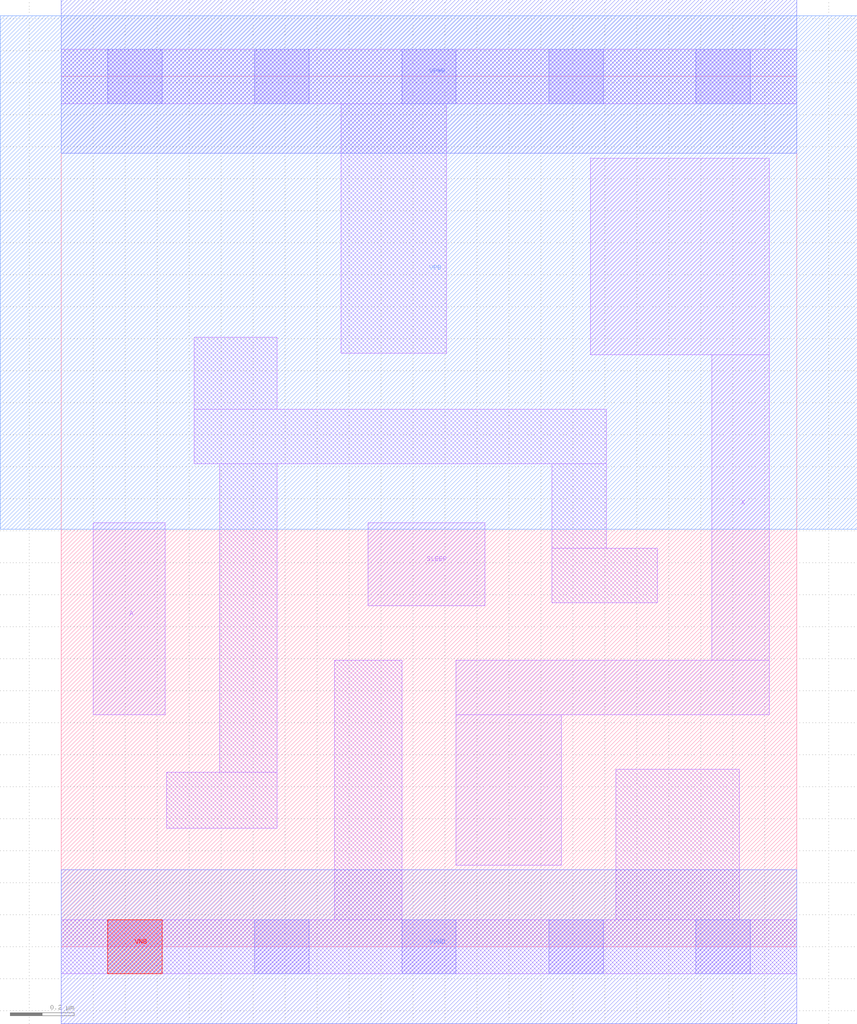
<source format=lef>
# Copyright 2020 The SkyWater PDK Authors
#
# Licensed under the Apache License, Version 2.0 (the "License");
# you may not use this file except in compliance with the License.
# You may obtain a copy of the License at
#
#     https://www.apache.org/licenses/LICENSE-2.0
#
# Unless required by applicable law or agreed to in writing, software
# distributed under the License is distributed on an "AS IS" BASIS,
# WITHOUT WARRANTIES OR CONDITIONS OF ANY KIND, either express or implied.
# See the License for the specific language governing permissions and
# limitations under the License.
#
# SPDX-License-Identifier: Apache-2.0

VERSION 5.7 ;
  NOWIREEXTENSIONATPIN ON ;
  DIVIDERCHAR "/" ;
  BUSBITCHARS "[]" ;
MACRO sky130_fd_sc_hd__lpflow_isobufsrc_1
  CLASS CORE ;
  FOREIGN sky130_fd_sc_hd__lpflow_isobufsrc_1 ;
  ORIGIN  0.000000  0.000000 ;
  SIZE  2.300000 BY  2.720000 ;
  SYMMETRY X Y R90 ;
  SITE unithd ;
  PIN A
    ANTENNAGATEAREA  0.126000 ;
    DIRECTION INPUT ;
    USE SIGNAL ;
    PORT
      LAYER li1 ;
        RECT 0.100000 0.725000 0.325000 1.325000 ;
    END
  END A
  PIN SLEEP
    ANTENNAGATEAREA  0.247500 ;
    DIRECTION INPUT ;
    USE SIGNAL ;
    PORT
      LAYER li1 ;
        RECT 0.960000 1.065000 1.325000 1.325000 ;
    END
  END SLEEP
  PIN VNB
    PORT
      LAYER pwell ;
        RECT 0.145000 -0.085000 0.315000 0.085000 ;
    END
  END VNB
  PIN VPB
    PORT
      LAYER nwell ;
        RECT -0.190000 1.305000 2.490000 2.910000 ;
    END
  END VPB
  PIN X
    ANTENNADIFFAREA  0.435500 ;
    DIRECTION OUTPUT ;
    USE SIGNAL ;
    PORT
      LAYER li1 ;
        RECT 1.235000 0.255000 1.565000 0.725000 ;
        RECT 1.235000 0.725000 2.215000 0.895000 ;
        RECT 1.655000 1.850000 2.215000 2.465000 ;
        RECT 2.035000 0.895000 2.215000 1.850000 ;
    END
  END X
  PIN VGND
    DIRECTION INOUT ;
    SHAPE ABUTMENT ;
    USE GROUND ;
    PORT
      LAYER met1 ;
        RECT 0.000000 -0.240000 2.300000 0.240000 ;
    END
  END VGND
  PIN VPWR
    DIRECTION INOUT ;
    SHAPE ABUTMENT ;
    USE POWER ;
    PORT
      LAYER met1 ;
        RECT 0.000000 2.480000 2.300000 2.960000 ;
    END
  END VPWR
  OBS
    LAYER li1 ;
      RECT 0.000000 -0.085000 2.300000 0.085000 ;
      RECT 0.000000  2.635000 2.300000 2.805000 ;
      RECT 0.330000  0.370000 0.675000 0.545000 ;
      RECT 0.415000  1.510000 1.705000 1.680000 ;
      RECT 0.415000  1.680000 0.675000 1.905000 ;
      RECT 0.495000  0.545000 0.675000 1.510000 ;
      RECT 0.855000  0.085000 1.065000 0.895000 ;
      RECT 0.875000  1.855000 1.205000 2.635000 ;
      RECT 1.535000  1.075000 1.865000 1.245000 ;
      RECT 1.535000  1.245000 1.705000 1.510000 ;
      RECT 1.735000  0.085000 2.120000 0.555000 ;
    LAYER mcon ;
      RECT 0.145000 -0.085000 0.315000 0.085000 ;
      RECT 0.145000  2.635000 0.315000 2.805000 ;
      RECT 0.605000 -0.085000 0.775000 0.085000 ;
      RECT 0.605000  2.635000 0.775000 2.805000 ;
      RECT 1.065000 -0.085000 1.235000 0.085000 ;
      RECT 1.065000  2.635000 1.235000 2.805000 ;
      RECT 1.525000 -0.085000 1.695000 0.085000 ;
      RECT 1.525000  2.635000 1.695000 2.805000 ;
      RECT 1.985000 -0.085000 2.155000 0.085000 ;
      RECT 1.985000  2.635000 2.155000 2.805000 ;
  END
END sky130_fd_sc_hd__lpflow_isobufsrc_1
END LIBRARY

</source>
